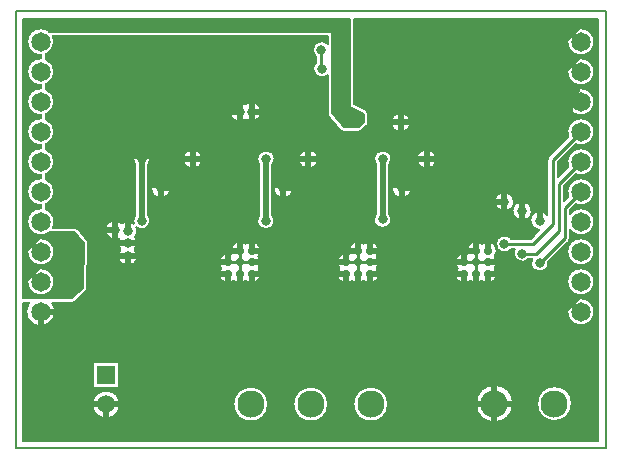
<source format=gbr>
%FSLAX23Y23*%
%MOIN*%
G04 EasyPC Gerber Version 15.0.4 Build 3016 *
%ADD74R,0.06000X0.06000*%
%ADD10C,0.00500*%
%ADD81C,0.01000*%
%ADD79C,0.01969*%
%ADD99C,0.02165*%
%ADD23C,0.02756*%
%ADD24C,0.03200*%
%ADD75C,0.06000*%
%ADD72C,0.06500*%
%ADD73C,0.09055*%
X0Y0D02*
D02*
D10*
X3Y1722D02*
Y266D01*
X1971*
Y1722*
X3*
X28Y751D02*
Y291D01*
X1946*
Y1697*
X1132*
Y1413*
X1171Y1393*
G75*
G02X1179Y1380I-7J-13*
G01*
Y1352*
G75*
G02X1175Y1342I-15*
G01*
X1159Y1326*
G75*
G02X1148Y1321I-11J11*
G01*
X1097*
G75*
G02X1085Y1327J15*
G01*
X1046Y1374*
G75*
G02X1043Y1384I12J10*
G01*
Y1510*
G75*
G02X1003Y1552I-19J21*
G01*
Y1573*
G75*
G02X994Y1594I19J21*
G01*
G75*
G02X1043Y1614I29*
G01*
Y1640*
X127*
G75*
G02X104Y1579I-41J-19*
G01*
G75*
G02X104Y1576I-15J-3*
G01*
Y1566*
G75*
G02X104Y1563I-15J0*
G01*
G75*
G02Y1479I-17J-42*
G01*
G75*
G02X104Y1476I-15J-3*
G01*
Y1466*
G75*
G02X104Y1463I-15J0*
G01*
G75*
G02Y1379I-17J-42*
G01*
G75*
G02X104Y1376I-15J-3*
G01*
Y1366*
G75*
G02X104Y1363I-15J0*
G01*
G75*
G02Y1279I-17J-42*
G01*
G75*
G02X104Y1276I-15J-3*
G01*
Y1266*
G75*
G02X104Y1263I-15J0*
G01*
G75*
G02Y1179I-17J-42*
G01*
G75*
G02X104Y1176I-15J-3*
G01*
Y1166*
G75*
G02X104Y1163I-15J0*
G01*
G75*
G02Y1079I-17J-42*
G01*
G75*
G02X104Y1076I-15J-3*
G01*
Y1066*
G75*
G02X104Y1063I-15J0*
G01*
G75*
G02X127Y1001I-17J-42*
G01*
X199*
G75*
G02X211Y996I0J-15*
G01*
X242Y961*
G75*
G02X246Y950I-11J-10*
G01*
X242Y801*
G75*
G02X238Y790I-15J0*
G01*
X234Y787*
G75*
G02X218Y771I-26J11*
G01*
X202Y755*
G75*
G02X191Y751I-11J11*
G01*
X126*
G75*
G02X87Y672I-39J-29*
G01*
G75*
G02X48Y751J49*
G01*
X28*
X262Y553D02*
X347D01*
Y468*
X262*
Y553*
X305Y458D02*
G75*
G02Y366J-46D01*
G01*
G75*
G02Y458J46*
G01*
X348Y965D02*
G75*
G02X301Y994I-14J29D01*
G01*
G75*
G02X357Y1016I32*
G01*
G75*
G02X397Y1015I19J-26*
G01*
G75*
G02X395Y1025I26J11*
G01*
G75*
G02X401Y1043I29*
G01*
Y1212*
G75*
G02X395Y1230I22J18*
G01*
G75*
G02X452I29*
G01*
G75*
G02X446Y1212I-29*
G01*
Y1043*
G75*
G02X452Y1025I-22J-18*
G01*
G75*
G02X406Y1003I-29*
G01*
G75*
G02X409Y990I-29J-13*
G01*
G75*
G02X402Y970I-32*
G01*
G75*
G02X409Y951I-26J-20*
G01*
G75*
G02X400Y929I-32*
G01*
G75*
G02X409Y907I-24J-22*
G01*
G75*
G02X344I-32*
G01*
G75*
G02X353Y929I32J0*
G01*
G75*
G02X344Y951I24J22*
G01*
G75*
G02X348Y965I32J0*
G01*
X454Y1132D02*
G75*
G02X519I32D01*
G01*
G75*
G02X454I-32*
G01*
X561Y1230D02*
G75*
G02X625I32D01*
G01*
G75*
G02X561I-32*
G01*
X688Y866D02*
G75*
G02X681Y886I23J20D01*
G01*
G75*
G02X723Y913I30*
G01*
G75*
G02X751Y955I28J12*
G01*
G75*
G02X770Y948J-30*
G01*
G75*
G02X790Y955I20J-23*
G01*
G75*
G02X813Y905J-30*
G01*
G75*
G02X820Y886I-23J-20*
G01*
G75*
G02X813Y866I-30*
G01*
G75*
G02X820Y846I-23J-20*
G01*
G75*
G02X770Y824I-30*
G01*
G75*
G02X731I-20J23*
G01*
G75*
G02X681Y846I-20J23*
G01*
G75*
G02X688Y866I30*
G01*
X770Y1362D02*
G75*
G02X718Y1388I-20J26D01*
G01*
G75*
G02X770Y1413I32*
G01*
G75*
G02X822Y1388I20J-26*
G01*
G75*
G02X770Y1362I-32*
G01*
X815Y1043D02*
Y1212D01*
G75*
G02X809Y1230I22J18*
G01*
G75*
G02X866I29*
G01*
G75*
G02X859Y1212I-29*
G01*
Y1043*
G75*
G02X866Y1025I-22J-18*
G01*
G75*
G02X809I-29*
G01*
G75*
G02X815Y1043I29*
G01*
X845Y413D02*
G75*
G02X729I-58D01*
G01*
G75*
G02X845I58*
G01*
X864Y1132D02*
G75*
G02X928I32D01*
G01*
G75*
G02X864I-32*
G01*
X947Y1230D02*
G75*
G02X1011I32D01*
G01*
G75*
G02X947I-32*
G01*
X1045Y413D02*
G75*
G02X929I-58D01*
G01*
G75*
G02X1045I58*
G01*
X1082Y866D02*
G75*
G02X1075Y886I23J20D01*
G01*
G75*
G02X1117Y913I30*
G01*
G75*
G02X1144Y955I28J12*
G01*
G75*
G02X1164Y948J-30*
G01*
G75*
G02X1184Y955I20J-23*
G01*
G75*
G02X1206Y905J-30*
G01*
G75*
G02X1214Y886I-23J-20*
G01*
G75*
G02X1206Y866I-30*
G01*
G75*
G02X1214Y846I-23J-20*
G01*
G75*
G02X1164Y824I-30*
G01*
G75*
G02X1125I-20J23*
G01*
G75*
G02X1075Y846I-20J23*
G01*
G75*
G02X1082Y866I30*
G01*
X1205Y1047D02*
Y1212D01*
G75*
G02X1198Y1230I22J18*
G01*
G75*
G02X1255I29*
G01*
G75*
G02X1249Y1212I-29*
G01*
Y1047*
G75*
G02X1255Y1029I-22J-18*
G01*
G75*
G02X1198I-29*
G01*
G75*
G02X1205Y1047I29*
G01*
X1245Y413D02*
G75*
G02X1129I-58D01*
G01*
G75*
G02X1245I58*
G01*
X1255Y1352D02*
G75*
G02X1319I32D01*
G01*
G75*
G02X1255I-32*
G01*
X1258Y1132D02*
G75*
G02X1322I32D01*
G01*
G75*
G02X1258I-32*
G01*
X1340Y1230D02*
G75*
G02X1405I32D01*
G01*
G75*
G02X1340I-32*
G01*
X1476Y866D02*
G75*
G02X1469Y886I23J20D01*
G01*
G75*
G02X1510Y913I30*
G01*
G75*
G02X1538Y955I28J12*
G01*
G75*
G02X1558Y948J-30*
G01*
G75*
G02X1577Y955I20J-23*
G01*
G75*
G02X1600Y905J-30*
G01*
G75*
G02X1607Y886I-23J-20*
G01*
G75*
G02X1600Y866I-30*
G01*
G75*
G02X1607Y846I-23J-20*
G01*
G75*
G02X1558Y824I-30*
G01*
G75*
G02X1518I-20J23*
G01*
G75*
G02X1469Y846I-20J23*
G01*
G75*
G02X1476Y866I30*
G01*
X1600Y1088D02*
G75*
G02X1665I32D01*
G01*
G75*
G02X1600I-32*
G01*
X1655Y929D02*
G75*
G02X1604Y947I-22J18D01*
G01*
G75*
G02X1655Y964I29*
G01*
X1720*
X1749Y993*
G75*
G02X1718Y1025I2J32*
G01*
G75*
G02X1776Y1045I32*
G01*
Y1228*
G75*
G02X1781Y1241I18*
G01*
X1845Y1304*
G75*
G02X1887Y1366I42J17*
G01*
G75*
G02Y1276J-45*
G01*
G75*
G02X1870Y1279J45*
G01*
X1811Y1221*
Y1170*
X1845Y1204*
G75*
G02X1887Y1266I42J17*
G01*
G75*
G02Y1176J-45*
G01*
G75*
G02X1870Y1179J45*
G01*
X1831Y1141*
Y1090*
X1845Y1104*
G75*
G02X1887Y1166I42J17*
G01*
G75*
G02Y1076J-45*
G01*
G75*
G02X1870Y1079J45*
G01*
X1851Y1060*
Y1048*
G75*
G02X1887Y1066I36J-27*
G01*
G75*
G02Y976J-45*
G01*
G75*
G02X1851Y994J45*
G01*
Y966*
G75*
G02X1846Y954I-18*
G01*
X1779Y887*
G75*
G02X1779Y884I-28J-4*
G01*
G75*
G02X1722I-29*
G01*
G75*
G02X1726Y898I29*
G01*
X1714*
G75*
G02X1663Y915I-22J18*
G01*
G75*
G02X1667Y929I29*
G01*
X1655*
X1659Y1057D02*
G75*
G02X1724I32D01*
G01*
G75*
G02X1659I-32*
G01*
X1661Y415D02*
G75*
G02X1538I-62D01*
G01*
G75*
G02X1661I62*
G01*
X1857D02*
G75*
G02X1742I-58D01*
G01*
G75*
G02X1857I58*
G01*
X1887Y676D02*
G75*
G02Y766J45D01*
G01*
G75*
G02Y676J-45*
G01*
Y776D02*
G75*
G02Y866J45D01*
G01*
G75*
G02Y776J-45*
G01*
Y876D02*
G75*
G02Y966J45D01*
G01*
G75*
G02Y876J-45*
G01*
Y1376D02*
G75*
G02Y1466J45D01*
G01*
G75*
G02Y1376J-45*
G01*
Y1476D02*
G75*
G02Y1566J45D01*
G01*
G75*
G02Y1476J-45*
G01*
Y1576D02*
G75*
G02Y1666J45D01*
G01*
G75*
G02Y1576J-45*
G01*
X28Y511D02*
G36*
Y412D01*
X258*
G75*
G02X305Y458I46*
G01*
G75*
G02X351Y412J-46*
G01*
X729*
G75*
G02Y413I58J0*
G01*
G75*
G02X845I58*
G01*
G75*
G02Y412I-58J0*
G01*
X929*
G75*
G02Y413I58J0*
G01*
G75*
G02X1045I58*
G01*
G75*
G02Y412I-58J0*
G01*
X1129*
G75*
G02Y413I58J0*
G01*
G75*
G02X1245I58*
G01*
G75*
G02Y412I-58J0*
G01*
X1538*
G75*
G02X1538Y415I61J3*
G01*
G75*
G02X1661I62*
G01*
G75*
G02X1661Y412I-62*
G01*
X1742*
G75*
G02X1742Y415I58J3*
G01*
G75*
G02X1857I58*
G01*
G75*
G02X1857Y412I-58J0*
G01*
X1946*
Y511*
X347*
Y468*
X262*
Y511*
X28*
G37*
X262D02*
G36*
Y553D01*
X347*
Y511*
X1946*
Y721*
X1932*
G75*
G02X1887Y676I-45*
G01*
G75*
G02X1842Y721J45*
G01*
X136*
G75*
G02X87Y672I-49*
G01*
G75*
G02X48Y751J49*
G01*
X28*
Y511*
X262*
G37*
X28Y412D02*
G36*
Y291D01*
X1946*
Y412*
X1857*
G75*
G02X1742I-58J3*
G01*
X1661*
G75*
G02X1538I-61J3*
G01*
X1245*
G75*
G02X1129I-58J1*
G01*
X1045*
G75*
G02X929I-58J1*
G01*
X845*
G75*
G02X729I-58J1*
G01*
X351*
G75*
G02X305Y366I-46*
G01*
G75*
G02X258Y412J46*
G01*
X28*
G37*
X104Y1067D02*
G36*
Y1066D01*
G75*
G02X104Y1063I-15J0*
G01*
G75*
G02X127Y1001I-17J-42*
G01*
X199*
G75*
G02X211Y996I0J-15*
G01*
X242Y961*
G75*
G02X246Y950I-11J-10*
G01*
X244Y886*
X353*
G75*
G02X344Y907I24J22*
G01*
G75*
G02X353Y929I32J0*
G01*
G75*
G02X348Y965I24J22*
G01*
G75*
G02X301Y994I-14J29*
G01*
G75*
G02X357Y1016I32*
G01*
G75*
G02X397Y1015I19J-26*
G01*
G75*
G02X401Y1043I26J11*
G01*
Y1067*
X104*
G37*
X401D02*
G36*
Y1132D01*
X130*
G75*
G02X104Y1079I-44J-11*
G01*
G75*
G02X104Y1076I-15J-3*
G01*
Y1067*
X401*
G37*
X446D02*
G36*
Y1043D01*
G75*
G02X406Y1003I-22J-18*
G01*
G75*
G02X402Y970I-29J-13*
G01*
G75*
G02X400Y929I-26J-20*
G01*
G75*
G02X409Y907I-24J-22*
G01*
G75*
G02X400Y886I-32*
G01*
X681*
G75*
G02X723Y913I30*
G01*
G75*
G02X770Y948I28J12*
G01*
G75*
G02X813Y905I20J-23*
G01*
G75*
G02X820Y886I-23J-20*
G01*
X1075*
G75*
G02X1117Y913I30*
G01*
G75*
G02X1164Y948I28J12*
G01*
G75*
G02X1206Y905I20J-23*
G01*
G75*
G02X1214Y886I-23J-20*
G01*
X1469*
G75*
G02X1510Y913I30*
G01*
G75*
G02X1558Y948I28J12*
G01*
G75*
G02X1600Y905I20J-23*
G01*
G75*
G02X1607Y886I-23J-20*
G01*
X1722*
G75*
G02X1726Y898I28J-2*
G01*
X1714*
G75*
G02X1667Y929I-22J18*
G01*
X1655*
G75*
G02X1604Y947I-22J18*
G01*
G75*
G02X1655Y964I29*
G01*
X1720*
X1749Y993*
G75*
G02X1718Y1025I2J32*
G01*
G75*
G02X1776Y1045I32*
G01*
Y1067*
X1722*
G75*
G02X1724Y1057I-31J-10*
G01*
G75*
G02X1659I-32*
G01*
G75*
G02X1661Y1067I32*
G01*
X1656*
G75*
G02X1608I-24J22*
G01*
X1249*
Y1047*
G75*
G02X1255Y1029I-22J-18*
G01*
G75*
G02X1198I-29*
G01*
G75*
G02X1205Y1047I29*
G01*
Y1067*
X859*
Y1043*
G75*
G02X866Y1025I-22J-18*
G01*
G75*
G02X809I-29*
G01*
G75*
G02X815Y1043I29*
G01*
Y1067*
X446*
G37*
X815D02*
G36*
Y1132D01*
X519*
G75*
G02X454I-32*
G01*
X446*
Y1067*
X815*
G37*
X1205D02*
G36*
Y1132D01*
X928*
G75*
G02X864I-32*
G01*
X859*
Y1067*
X1205*
G37*
X1608D02*
G36*
G75*
G02X1600Y1088I24J22D01*
G01*
G75*
G02X1665I32*
G01*
G75*
G02X1656Y1067I-32*
G01*
X1661*
G75*
G02X1722I31J-10*
G01*
X1776*
Y1132*
X1322*
G75*
G02X1258I-32*
G01*
X1249*
Y1067*
X1608*
G37*
X1857D02*
G36*
X1851Y1060D01*
Y1048*
G75*
G02X1887Y1066I36J-27*
G01*
G75*
G02Y976J-45*
G01*
G75*
G02X1851Y994J45*
G01*
Y966*
G75*
G02X1846Y954I-18*
G01*
X1779Y887*
G75*
G02X1779Y886I-28J-4*
G01*
X1859*
G75*
G02X1887Y966I28J35*
G01*
G75*
G02X1914Y886J-45*
G01*
X1946*
Y1067*
X1857*
G37*
X1946D02*
G36*
Y1132D01*
X1930*
G75*
G02X1887Y1076I-44J-11*
G01*
G75*
G02X1870Y1079J45*
G01*
X1857Y1067*
X1946*
G37*
X401Y1132D02*
G36*
Y1212D01*
G75*
G02X395Y1230I22J18*
G01*
X131*
G75*
G02X104Y1179I-44J-9*
G01*
G75*
G02X104Y1176I-15J-3*
G01*
Y1166*
G75*
G02X104Y1163I-15J0*
G01*
G75*
G02X130Y1132I-17J-42*
G01*
X401*
G37*
X454D02*
G36*
G75*
G02X519I32D01*
G01*
X815*
Y1212*
G75*
G02X809Y1230I22J18*
G01*
X625*
G75*
G02X561I-32*
G01*
X452*
G75*
G02X446Y1212I-29*
G01*
Y1132*
X454*
G37*
X864D02*
G36*
G75*
G02X928I32D01*
G01*
X1205*
Y1212*
G75*
G02X1198Y1230I22J18*
G01*
X1011*
G75*
G02X947I-32*
G01*
X866*
G75*
G02X859Y1212I-29*
G01*
Y1132*
X864*
G37*
X1258D02*
G36*
G75*
G02X1322I32D01*
G01*
X1776*
Y1228*
G75*
G02X1776Y1230I18J0*
G01*
X1405*
G75*
G02X1340I-32*
G01*
X1255*
G75*
G02X1249Y1212I-29*
G01*
Y1132*
X1258*
G37*
X1946D02*
G36*
Y1230D01*
X1931*
G75*
G02X1887Y1176I-44J-9*
G01*
G75*
G02X1870Y1179J45*
G01*
X1831Y1141*
Y1090*
X1845Y1104*
G75*
G02X1887Y1166I42J17*
G01*
G75*
G02X1930Y1132J-45*
G01*
X1946*
G37*
X395Y1230D02*
G36*
G75*
G02X452I29D01*
G01*
X561*
G75*
G02X625I32*
G01*
X809*
G75*
G02X866I29*
G01*
X947*
G75*
G02X1011I32*
G01*
X1198*
G75*
G02X1255I29*
G01*
X1340*
G75*
G02X1405I32*
G01*
X1776*
G75*
G02X1781Y1241I17J-2*
G01*
X1845Y1304*
G75*
G02X1854Y1352I42J17*
G01*
X1319*
G75*
G02X1255I-32*
G01*
X1179*
G75*
G02X1175Y1342I-15*
G01*
X1159Y1326*
G75*
G02X1148Y1321I-11J11*
G01*
X1097*
G75*
G02X1085Y1327J15*
G01*
X1046Y1374*
G75*
G02X1043Y1384I12J10*
G01*
Y1388*
X822*
G75*
G02X770Y1362I-32*
G01*
G75*
G02X718Y1388I-20J26*
G01*
X117*
G75*
G02X104Y1379I-30J33*
G01*
G75*
G02X104Y1376I-15J-3*
G01*
Y1366*
G75*
G02X104Y1363I-15J0*
G01*
G75*
G02Y1279I-17J-42*
G01*
G75*
G02X104Y1276I-15J-3*
G01*
Y1266*
G75*
G02X104Y1263I-15J0*
G01*
G75*
G02X131Y1230I-17J-42*
G01*
X395*
G37*
X1946D02*
G36*
Y1352D01*
X1919*
G75*
G02X1887Y1276I-33J-31*
G01*
G75*
G02X1870Y1279J45*
G01*
X1811Y1221*
Y1170*
X1845Y1204*
G75*
G02X1887Y1266I42J17*
G01*
G75*
G02X1931Y1230J-45*
G01*
X1946*
G37*
X244Y886D02*
G36*
X242Y821D01*
X695*
G75*
G02X688Y866I16J25*
G01*
G75*
G02X681Y886I23J20*
G01*
X400*
G75*
G02X353I-24J22*
G01*
X244*
G37*
X820D02*
G36*
G75*
G02X813Y866I-30D01*
G01*
G75*
G02X806Y821I-23J-20*
G01*
X1088*
G75*
G02X1082Y866I16J25*
G01*
G75*
G02X1075Y886I23J20*
G01*
X820*
G37*
X1214D02*
G36*
G75*
G02X1206Y866I-30D01*
G01*
G75*
G02X1200Y821I-23J-20*
G01*
X1482*
G75*
G02X1476Y866I16J25*
G01*
G75*
G02X1469Y886I23J20*
G01*
X1214*
G37*
X1607D02*
G36*
G75*
G02X1600Y866I-30D01*
G01*
G75*
G02X1594Y821I-23J-20*
G01*
X1842*
G75*
G02X1887Y866I45*
G01*
G75*
G02X1932Y821J-45*
G01*
X1946*
Y886*
X1914*
G75*
G02X1887Y876I-28J35*
G01*
G75*
G02X1859Y886J45*
G01*
X1779*
G75*
G02X1779Y884I-28J-2*
G01*
G75*
G02X1722I-29*
G01*
G75*
G02X1722Y886I28J0*
G01*
X1607*
G37*
X718Y1388D02*
G36*
G75*
G02X770Y1413I32D01*
G01*
G75*
G02X822Y1388I20J-26*
G01*
X1043*
Y1510*
G75*
G02X1003Y1552I-19J21*
G01*
Y1573*
G75*
G02X994Y1594I19J21*
G01*
G75*
G02X1043Y1614I29*
G01*
Y1640*
X127*
G75*
G02X104Y1579I-41J-19*
G01*
G75*
G02X104Y1576I-15J-3*
G01*
Y1566*
G75*
G02X104Y1563I-15J0*
G01*
G75*
G02Y1479I-17J-42*
G01*
G75*
G02X104Y1476I-15J-3*
G01*
Y1466*
G75*
G02X104Y1463I-15J0*
G01*
G75*
G02X117Y1388I-17J-42*
G01*
X718*
G37*
X1177D02*
G36*
G75*
G02X1179Y1380I-13J-8D01*
G01*
Y1352*
X1255*
G75*
G02X1319I32*
G01*
X1854*
G75*
G02X1887Y1366I33J-31*
G01*
G75*
G02X1919Y1352J-45*
G01*
X1946*
Y1388*
X1917*
G75*
G02X1887Y1376I-30J33*
G01*
G75*
G02X1857Y1388J45*
G01*
X1177*
G37*
X1857D02*
G36*
G75*
G02X1887Y1466I30J33D01*
G01*
G75*
G02X1917Y1388J-45*
G01*
X1946*
Y1521*
X1932*
G75*
G02X1887Y1476I-45*
G01*
G75*
G02X1842Y1521J45*
G01*
X1132*
Y1413*
X1171Y1393*
G75*
G02X1177Y1388I-7J-13*
G01*
X1857*
G37*
X1842Y721D02*
G36*
G75*
G02X1887Y766I45D01*
G01*
G75*
G02X1932Y721J-45*
G01*
X1946*
Y821*
X1932*
G75*
G02X1887Y776I-45*
G01*
G75*
G02X1842Y821J45*
G01*
X1594*
G75*
G02X1558Y824I-16J25*
G01*
G75*
G02X1518I-20J23*
G01*
G75*
G02X1482Y821I-20J23*
G01*
X1200*
G75*
G02X1164Y824I-16J25*
G01*
G75*
G02X1125I-20J23*
G01*
G75*
G02X1088Y821I-20J23*
G01*
X806*
G75*
G02X770Y824I-16J25*
G01*
G75*
G02X731I-20J23*
G01*
G75*
G02X695Y821I-20J23*
G01*
X242*
X242Y801*
G75*
G02X238Y790I-15J0*
G01*
X234Y787*
G75*
G02X218Y771I-26J11*
G01*
X202Y755*
G75*
G02X191Y751I-11J11*
G01*
X126*
G75*
G02X136Y721I-39J-29*
G01*
X1842*
G37*
Y1521D02*
G36*
G75*
G02X1887Y1566I45D01*
G01*
G75*
G02X1932Y1521J-45*
G01*
X1946*
Y1621*
X1932*
G75*
G02X1887Y1576I-45*
G01*
G75*
G02X1842Y1621J45*
G01*
X1132*
Y1521*
X1842*
G37*
Y1621D02*
G36*
G75*
G02X1887Y1666I45D01*
G01*
G75*
G02X1932Y1621J-45*
G01*
X1946*
Y1697*
X1132*
Y1621*
X1842*
G37*
X28Y766D02*
X80D01*
G75*
G02X94I7J-44*
G01*
X191*
X227Y801*
X231Y951*
X199Y986*
X115*
G75*
G02X87Y976I-28J35*
G01*
G75*
G02Y1066J45*
G01*
G75*
G02X89Y1066I0J-45*
G01*
Y1076*
G75*
G02X87Y1076I-2J45*
G01*
G75*
G02Y1166J45*
G01*
G75*
G02X89Y1166I0J-45*
G01*
Y1176*
G75*
G02X87Y1176I-2J45*
G01*
G75*
G02Y1266J45*
G01*
G75*
G02X89Y1266I0J-45*
G01*
Y1276*
G75*
G02X87Y1276I-2J45*
G01*
G75*
G02Y1366J45*
G01*
G75*
G02X89Y1366I0J-45*
G01*
Y1376*
G75*
G02X87Y1376I-2J45*
G01*
G75*
G02Y1466J45*
G01*
G75*
G02X89Y1466I0J-45*
G01*
Y1476*
G75*
G02X87Y1476I-2J45*
G01*
G75*
G02Y1566J45*
G01*
G75*
G02X89Y1566I0J-45*
G01*
Y1576*
G75*
G02X87Y1576I-2J45*
G01*
G75*
G02Y1666J45*
G01*
G75*
G02X116Y1655J-45*
G01*
X1058*
Y1384*
X1097Y1336*
X1148*
X1164Y1352*
Y1380*
X1117Y1403*
Y1697*
X28*
Y766*
X87Y866D02*
G75*
G02Y776J-45D01*
G01*
G75*
G02Y866J45*
G01*
Y966D02*
G75*
G02Y876J-45D01*
G01*
G75*
G02Y966J45*
G01*
X28Y821D02*
G36*
Y766D01*
X80*
G75*
G02X94I7J-44*
G01*
X191*
X227Y801*
X227Y821*
X132*
G75*
G02X87Y776I-45*
G01*
G75*
G02X42Y821J45*
G01*
X28*
G37*
X42D02*
G36*
G75*
G02X87Y866I45D01*
G01*
G75*
G02X132Y821J-45*
G01*
X227*
X230Y921*
X132*
G75*
G02X87Y876I-45*
G01*
G75*
G02X42Y921J45*
G01*
X28*
Y821*
X42*
G37*
Y921D02*
G36*
G75*
G02X87Y966I45D01*
G01*
G75*
G02X132Y921J-45*
G01*
X230*
X231Y951*
X199Y986*
X115*
G75*
G02X87Y976I-28J35*
G01*
G75*
G02Y1066J45*
G01*
G75*
G02X89Y1066I0J-45*
G01*
Y1076*
G75*
G02X87Y1076I-2J45*
G01*
G75*
G02Y1166J45*
G01*
G75*
G02X89Y1166I0J-45*
G01*
Y1176*
G75*
G02X87Y1176I-2J45*
G01*
G75*
G02Y1266J45*
G01*
G75*
G02X89Y1266I0J-45*
G01*
Y1276*
G75*
G02X87Y1276I-2J45*
G01*
G75*
G02Y1366J45*
G01*
G75*
G02X89Y1366I0J-45*
G01*
Y1376*
G75*
G02X87Y1376I-2J45*
G01*
G75*
G02Y1466J45*
G01*
G75*
G02X89Y1466I0J-45*
G01*
Y1476*
G75*
G02X87Y1476I-2J45*
G01*
G75*
G02Y1566J45*
G01*
G75*
G02X89Y1566I0J-45*
G01*
Y1576*
G75*
G02X87Y1576I-2J45*
G01*
G75*
G02Y1666J45*
G01*
G75*
G02X116Y1655J-45*
G01*
X1058*
Y1384*
X1097Y1336*
X1148*
X1164Y1352*
Y1380*
X1117Y1403*
Y1697*
X28*
Y921*
X42*
G37*
D02*
D23*
X711Y846D03*
Y886D03*
X751Y846D03*
Y886D03*
Y925D03*
X790Y846D03*
Y886D03*
Y925D03*
X1105Y846D03*
Y886D03*
X1144Y846D03*
Y886D03*
Y925D03*
X1184Y846D03*
Y886D03*
Y925D03*
X1499Y846D03*
Y886D03*
X1538Y846D03*
Y886D03*
Y925D03*
X1577Y846D03*
Y886D03*
Y925D03*
D02*
D24*
X207Y797D03*
Y836D03*
X333Y994D03*
X377Y907D03*
Y951D03*
Y990D03*
X424Y1025D03*
Y1230D03*
X487Y1132D03*
X593Y1230D03*
X751Y1388D03*
X790D03*
X837Y1025D03*
Y1230D03*
X896Y1132D03*
X979Y1230D03*
X1022Y1594D03*
X1023Y1531D03*
X1108Y1356D03*
X1142Y1355D03*
X1227Y1029D03*
Y1230D03*
X1287Y1352D03*
X1290Y1132D03*
X1373Y1230D03*
X1632Y947D03*
Y1088D03*
X1691Y915D03*
Y1057D03*
X1751Y884D03*
Y1025D03*
D02*
D72*
X87Y721D03*
Y821D03*
Y921D03*
Y1021D03*
Y1121D03*
Y1221D03*
Y1321D03*
Y1421D03*
Y1521D03*
Y1621D03*
X1887Y721D03*
Y821D03*
Y921D03*
Y1021D03*
Y1121D03*
Y1221D03*
Y1321D03*
Y1421D03*
Y1521D03*
Y1621D03*
D02*
D73*
X787Y413D03*
X987D03*
X1187D03*
X1599Y415D03*
X1799D03*
D02*
D74*
X305Y511D03*
D02*
D75*
Y412D03*
D02*
D79*
X424Y1025D02*
Y1230D01*
X837Y1025D02*
Y1230D01*
X1227Y1029D02*
Y1230D01*
D02*
D81*
X711Y886D02*
X751D01*
Y846D02*
Y886D01*
Y925D02*
Y886D01*
X790D02*
X751D01*
X1022Y1594D02*
Y1532D01*
X1023Y1531*
X1144Y886D02*
X1105D01*
X1144D02*
Y925D01*
Y886D02*
X1184D01*
X1144D02*
Y846D01*
X1538D02*
Y886D01*
X1499*
X1538Y925D02*
Y886D01*
X1577D02*
X1538D01*
X1632Y947D02*
X1727D01*
X1794Y1014*
Y1228*
X1887Y1321*
X1691Y915D02*
X1739D01*
X1814Y990*
Y1148*
X1887Y1221*
X1751Y884D02*
X1833Y966D01*
Y1068*
X1887Y1121*
X1751Y884D02*
Y880D01*
X1754Y876*
D02*
D99*
X87Y699D02*
Y664D01*
X108Y721D02*
X144D01*
X285Y412D02*
X250D01*
X305Y393D02*
Y358D01*
X324Y412D02*
X359D01*
X328Y994D02*
X293D01*
X333Y989D02*
Y953D01*
Y999D02*
Y1035D01*
X371Y907D02*
X336D01*
X371Y951D02*
X336D01*
X377Y902D02*
Y867D01*
Y995D02*
Y1031D01*
X382Y907D02*
X417D01*
X382Y951D02*
X417D01*
X487Y1127D02*
Y1091D01*
Y1137D02*
Y1172D01*
X492Y1132D02*
X527D01*
X588Y1230D02*
X552D01*
X593Y1225D02*
Y1190D01*
Y1235D02*
Y1271D01*
X598Y1230D02*
X634D01*
X708Y846D02*
X673D01*
X708Y886D02*
X673D01*
X711Y843D02*
Y808D01*
Y889D02*
Y924D01*
X745Y1388D02*
X710D01*
X748Y925D02*
X712D01*
X751Y843D02*
Y808D01*
Y928D02*
Y963D01*
Y1382D02*
Y1347D01*
Y1393D02*
Y1428D01*
X790Y843D02*
Y808D01*
Y928D02*
Y963D01*
Y1382D02*
Y1347D01*
Y1393D02*
Y1428D01*
X793Y846D02*
X828D01*
X793Y886D02*
X828D01*
X793Y925D02*
X828D01*
X795Y1388D02*
X831D01*
X896Y1127D02*
Y1091D01*
Y1137D02*
Y1172D01*
X901Y1132D02*
X937D01*
X974Y1230D02*
X938D01*
X979Y1225D02*
Y1190D01*
Y1235D02*
Y1271D01*
X984Y1230D02*
X1019D01*
X1102Y846D02*
X1066D01*
X1102Y886D02*
X1066D01*
X1105Y843D02*
Y808D01*
Y889D02*
Y924D01*
X1141Y925D02*
X1106D01*
X1144Y843D02*
Y808D01*
Y928D02*
Y963D01*
X1184Y843D02*
Y808D01*
Y928D02*
Y963D01*
X1187Y846D02*
X1222D01*
X1187Y886D02*
X1222D01*
X1187Y925D02*
X1222D01*
X1282Y1352D02*
X1246D01*
X1287Y1347D02*
Y1312D01*
Y1357D02*
Y1393D01*
X1290Y1127D02*
Y1091D01*
Y1137D02*
Y1172D01*
X1292Y1352D02*
X1328D01*
X1295Y1132D02*
X1331D01*
X1367Y1230D02*
X1332D01*
X1373Y1225D02*
Y1190D01*
Y1235D02*
Y1271D01*
X1378Y1230D02*
X1413D01*
X1496Y846D02*
X1460D01*
X1496Y886D02*
X1460D01*
X1499Y843D02*
Y808D01*
Y889D02*
Y924D01*
X1535Y925D02*
X1500D01*
X1538Y843D02*
Y808D01*
Y928D02*
Y963D01*
X1565Y415D02*
X1529D01*
X1577Y843D02*
Y808D01*
Y928D02*
Y963D01*
X1580Y846D02*
X1616D01*
X1580Y886D02*
X1616D01*
X1599Y381D02*
Y345D01*
Y450D02*
Y485D01*
X1627Y1088D02*
X1592D01*
X1632Y1083D02*
Y1048D01*
Y1094D02*
Y1129D01*
X1634Y415D02*
X1669D01*
X1691Y1052D02*
Y1016D01*
Y1062D02*
Y1098D01*
X1751Y1031D02*
Y1066D01*
X0Y0D02*
M02*

</source>
